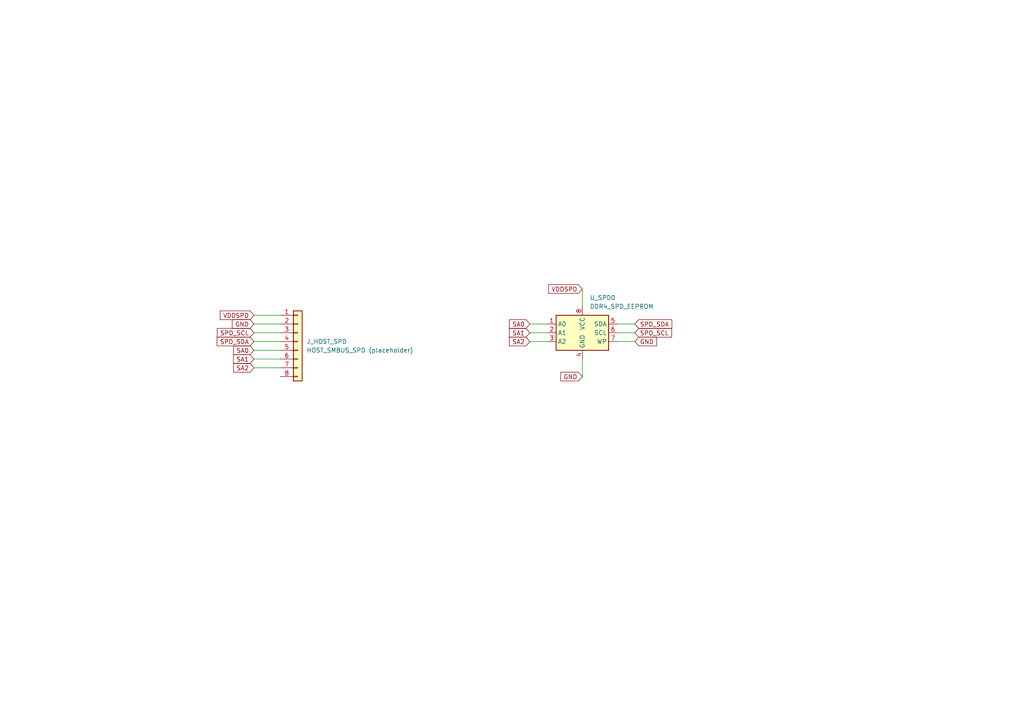
<source format=kicad_sch>
(kicad_sch (version 20250114) (generator "eeschema") (generator_version "9.0")
  (paper "A4")
  (title_block (title "Stage 7.4 — SPD & Configuration") (date "2026-02-27") (company "OMI") (comment 3 "Assumptions:\n- SMBus pull-ups for SPD_SCL and SPD_SDA are provided by host platform.\n- WP is tied low (writes enabled) for OMI v1 development.\n- SA0/SA1/SA2 are slot/address straps (host-side)."))
  (lib_symbols
    (symbol "Connector_Generic:Conn_01x08" (pin_names (offset 1.016) (hide yes))
      (property "Reference" "J" (at 0 10.16 0))
      (property "Value" "Conn_01x08" (at 0 -12.7 0))
      (symbol "Conn_01x08_1_1"
        (rectangle (start -1.27 8.89) (end 1.27 -11.43) (stroke (width 0.254)) (fill (type background)))
        (rectangle (start -1.27 7.747) (end 0 7.493) (stroke (width 0.1524)))
        (rectangle (start -1.27 5.207) (end 0 4.953) (stroke (width 0.1524)))
        (rectangle (start -1.27 2.667) (end 0 2.413) (stroke (width 0.1524)))
        (rectangle (start -1.27 0.127) (end 0 -0.127) (stroke (width 0.1524)))
        (rectangle (start -1.27 -2.413) (end 0 -2.667) (stroke (width 0.1524)))
        (rectangle (start -1.27 -4.953) (end 0 -5.207) (stroke (width 0.1524)))
        (rectangle (start -1.27 -7.493) (end 0 -7.747) (stroke (width 0.1524)))
        (rectangle (start -1.27 -10.033) (end 0 -10.287) (stroke (width 0.1524)))
        (pin passive line (at -5.08 7.62 0) (length 3.81) (name "Pin_1") (number "1"))
        (pin passive line (at -5.08 5.08 0) (length 3.81) (name "Pin_2") (number "2"))
        (pin passive line (at -5.08 2.54 0) (length 3.81) (name "Pin_3") (number "3"))
        (pin passive line (at -5.08 0 0) (length 3.81) (name "Pin_4") (number "4"))
        (pin passive line (at -5.08 -2.54 0) (length 3.81) (name "Pin_5") (number "5"))
        (pin passive line (at -5.08 -5.08 0) (length 3.81) (name "Pin_6") (number "6"))
        (pin passive line (at -5.08 -7.62 0) (length 3.81) (name "Pin_7") (number "7"))
        (pin passive line (at -5.08 -10.16 0) (length 3.81) (name "Pin_8") (number "8"))
      )
    )
    (symbol "Memory_EEPROM:AT24CS01-MAHM"
      (property "Reference" "U" (at -7.62 6.35 0))
      (property "Value" "AT24CS01-MAHM" (at 2.54 -6.35 0))
      (symbol "AT24CS01-MAHM_1_1"
        (rectangle (start -7.62 5.08) (end 7.62 -5.08) (stroke (width 0.254)) (fill (type background)))
        (pin input line (at -10.16 2.54 0) (length 2.54) (name "A0") (number "1"))
        (pin input line (at -10.16 0 0) (length 2.54) (name "A1") (number "2"))
        (pin input line (at -10.16 -2.54 0) (length 2.54) (name "A2") (number "3"))
        (pin power_in line (at 0 7.62 270) (length 2.54) (name "VCC") (number "8"))
        (pin power_in line (at 0 -7.62 90) (length 2.54) (name "GND") (number "4"))
        (pin passive line (at 0 -7.62 90) (length 2.54) (hide yes) (name "GND") (number "9"))
        (pin bidirectional line (at 10.16 2.54 180) (length 2.54) (name "SDA") (number "5"))
        (pin input line (at 10.16 0 180) (length 2.54) (name "SCL") (number "6"))
        (pin input line (at 10.16 -2.54 180) (length 2.54) (name "WP") (number "7"))
      )
    )
  )
  (wire (pts (xy 179.07 93.98) (xy 184.15 93.98)))
  (wire (pts (xy 73.66 96.52) (xy 81.28 96.52)))
  (wire (pts (xy 73.66 104.14) (xy 81.28 104.14)))
  (wire (pts (xy 73.66 91.44) (xy 81.28 91.44)))
  (wire (pts (xy 153.67 96.52) (xy 158.75 96.52)))
  (wire (pts (xy 168.91 83.82) (xy 168.91 88.9)))
  (wire (pts (xy 168.91 104.14) (xy 168.91 109.22)))
  (wire (pts (xy 73.66 99.06) (xy 81.28 99.06)))
  (wire (pts (xy 73.66 106.68) (xy 81.28 106.68)))
  (wire (pts (xy 153.67 93.98) (xy 158.75 93.98)))
  (wire (pts (xy 73.66 93.98) (xy 81.28 93.98)))
  (wire (pts (xy 179.07 96.52) (xy 184.15 96.52)))
  (wire (pts (xy 73.66 101.6) (xy 81.28 101.6)))
  (wire (pts (xy 179.07 99.06) (xy 184.15 99.06)))
  (wire (pts (xy 153.67 99.06) (xy 158.75 99.06)))
  (global_label "GND" (shape input) (at 73.66 93.98 180) (property "Intersheetrefs" "${INTERSHEET_REFS}" (effects (hide yes))))
  (global_label "VDDSPD" (shape input) (at 168.91 83.82 180) (property "Intersheetrefs" "${INTERSHEET_REFS}" (effects (hide yes))))
  (global_label "SPD_SCL" (shape input) (at 73.66 96.52 180) (property "Intersheetrefs" "${INTERSHEET_REFS}" (effects (hide yes))))
  (global_label "SA0" (shape input) (at 153.67 93.98 180) (property "Intersheetrefs" "${INTERSHEET_REFS}" (effects (hide yes))))
  (global_label "VDDSPD" (shape input) (at 73.66 91.44 180) (property "Intersheetrefs" "${INTERSHEET_REFS}" (effects (hide yes))))
  (global_label "SPD_SCL" (shape input) (at 184.15 96.52 0) (property "Intersheetrefs" "${INTERSHEET_REFS}" (effects (hide yes))))
  (global_label "SPD_SDA" (shape input) (at 73.66 99.06 180) (property "Intersheetrefs" "${INTERSHEET_REFS}" (effects (hide yes))))
  (global_label "GND" (shape input) (at 168.91 109.22 180) (property "Intersheetrefs" "${INTERSHEET_REFS}" (effects (hide yes))))
  (global_label "SPD_SDA" (shape input) (at 184.15 93.98 0) (property "Intersheetrefs" "${INTERSHEET_REFS}" (effects (hide yes))))
  (global_label "GND" (shape input) (at 184.15 99.06 0) (property "Intersheetrefs" "${INTERSHEET_REFS}" (effects (hide yes))))
  (global_label "SA1" (shape input) (at 153.67 96.52 180) (property "Intersheetrefs" "${INTERSHEET_REFS}" (effects (hide yes))))
  (global_label "SA2" (shape input) (at 153.67 99.06 180) (property "Intersheetrefs" "${INTERSHEET_REFS}" (effects (hide yes))))
  (global_label "SA2" (shape input) (at 73.66 106.68 180) (property "Intersheetrefs" "${INTERSHEET_REFS}" (effects (hide yes))))
  (global_label "SA0" (shape input) (at 73.66 101.6 180) (property "Intersheetrefs" "${INTERSHEET_REFS}" (effects (hide yes))))
  (global_label "SA1" (shape input) (at 73.66 104.14 180) (property "Intersheetrefs" "${INTERSHEET_REFS}" (effects (hide yes))))
  (symbol (lib_id "Connector_Generic:Conn_01x08") (at 86.36 99.06 0) (unit 1)
    (property "Reference" "J_HOST_SPD" (at 88.9 99.0599 0) (effects (justify left)))
    (property "Value" "HOST_SMBUS_SPD (placeholder)" (at 88.9 101.5999 0) (effects (justify left)))
    (property "Description" "Generic connector, single row, 01x08, script generated (kicad-library-utils/schlib/autogen/connector/)" (effects (hide yes)))
  )
  (symbol (lib_id "Memory_EEPROM:AT24CS01-MAHM") (at 168.91 96.52 0) (unit 1)
    (property "Reference" "U_SPD0" (at 171.0533 86.36 0) (effects (justify left)))
    (property "Value" "DDR4_SPD_EEPROM" (at 171.0533 88.9 0) (effects (justify left)))
    (property "Footprint" "Package_DFN_QFN:DFN-8-1EP_3x2mm_P0.5mm_EP1.3x1.5mm" (effects (hide yes)))
    (property "Datasheet" "http://ww1.microchip.com/downloads/en/DeviceDoc/Atmel-8815-SEEPROM-AT24CS01-02-Datasheet.pdf" (effects (hide yes)))
    (property "Description" "I2C Serial EEPROM, 1Kb (128x8) with Unique Serial Number, UDFN8" (effects (hide yes)))
  )
)
</source>
